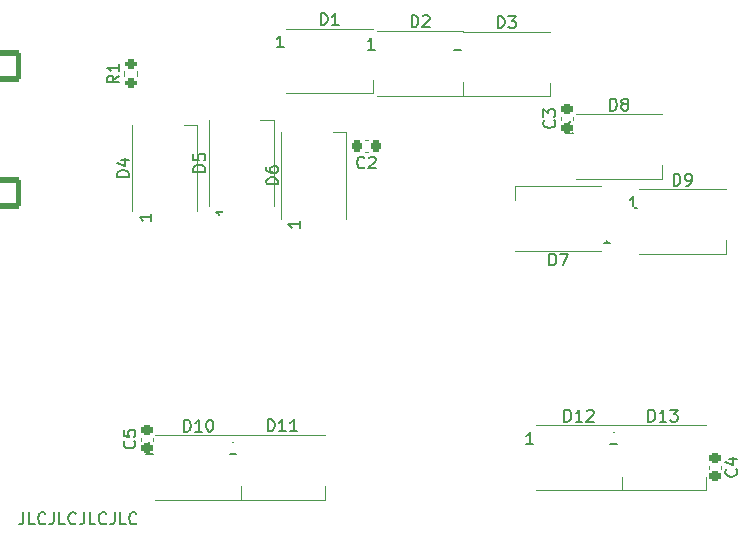
<source format=gbr>
%TF.GenerationSoftware,KiCad,Pcbnew,(6.0.9)*%
%TF.CreationDate,2022-12-26T23:41:22-09:00*%
%TF.ProjectId,PCB_ ANT SEL PANEL,5043422c-2041-44e5-9420-53454c205041,rev?*%
%TF.SameCoordinates,Original*%
%TF.FileFunction,Legend,Top*%
%TF.FilePolarity,Positive*%
%FSLAX46Y46*%
G04 Gerber Fmt 4.6, Leading zero omitted, Abs format (unit mm)*
G04 Created by KiCad (PCBNEW (6.0.9)) date 2022-12-26 23:41:22*
%MOMM*%
%LPD*%
G01*
G04 APERTURE LIST*
G04 Aperture macros list*
%AMRoundRect*
0 Rectangle with rounded corners*
0 $1 Rounding radius*
0 $2 $3 $4 $5 $6 $7 $8 $9 X,Y pos of 4 corners*
0 Add a 4 corners polygon primitive as box body*
4,1,4,$2,$3,$4,$5,$6,$7,$8,$9,$2,$3,0*
0 Add four circle primitives for the rounded corners*
1,1,$1+$1,$2,$3*
1,1,$1+$1,$4,$5*
1,1,$1+$1,$6,$7*
1,1,$1+$1,$8,$9*
0 Add four rect primitives between the rounded corners*
20,1,$1+$1,$2,$3,$4,$5,0*
20,1,$1+$1,$4,$5,$6,$7,0*
20,1,$1+$1,$6,$7,$8,$9,0*
20,1,$1+$1,$8,$9,$2,$3,0*%
G04 Aperture macros list end*
%ADD10C,0.150000*%
%ADD11C,0.120000*%
%ADD12R,1.500000X0.900000*%
%ADD13R,0.900000X1.500000*%
%ADD14RoundRect,0.200000X0.275000X-0.200000X0.275000X0.200000X-0.275000X0.200000X-0.275000X-0.200000X0*%
%ADD15RoundRect,0.225000X0.225000X0.250000X-0.225000X0.250000X-0.225000X-0.250000X0.225000X-0.250000X0*%
%ADD16RoundRect,0.225000X0.250000X-0.225000X0.250000X0.225000X-0.250000X0.225000X-0.250000X-0.225000X0*%
%ADD17RoundRect,0.225000X-0.250000X0.225000X-0.250000X-0.225000X0.250000X-0.225000X0.250000X0.225000X0*%
%ADD18C,3.572000*%
%ADD19C,12.700000*%
%ADD20C,4.300000*%
%ADD21RoundRect,0.250001X-1.399999X1.099999X-1.399999X-1.099999X1.399999X-1.099999X1.399999X1.099999X0*%
%ADD22O,3.300000X2.700000*%
%ADD23R,1.800000X1.800000*%
%ADD24C,1.800000*%
G04 APERTURE END LIST*
D10*
X84255952Y-79752380D02*
X84255952Y-80466666D01*
X84208333Y-80609523D01*
X84113095Y-80704761D01*
X83970238Y-80752380D01*
X83875000Y-80752380D01*
X85208333Y-80752380D02*
X84732142Y-80752380D01*
X84732142Y-79752380D01*
X86113095Y-80657142D02*
X86065476Y-80704761D01*
X85922619Y-80752380D01*
X85827380Y-80752380D01*
X85684523Y-80704761D01*
X85589285Y-80609523D01*
X85541666Y-80514285D01*
X85494047Y-80323809D01*
X85494047Y-80180952D01*
X85541666Y-79990476D01*
X85589285Y-79895238D01*
X85684523Y-79800000D01*
X85827380Y-79752380D01*
X85922619Y-79752380D01*
X86065476Y-79800000D01*
X86113095Y-79847619D01*
X86827380Y-79752380D02*
X86827380Y-80466666D01*
X86779761Y-80609523D01*
X86684523Y-80704761D01*
X86541666Y-80752380D01*
X86446428Y-80752380D01*
X87779761Y-80752380D02*
X87303571Y-80752380D01*
X87303571Y-79752380D01*
X88684523Y-80657142D02*
X88636904Y-80704761D01*
X88494047Y-80752380D01*
X88398809Y-80752380D01*
X88255952Y-80704761D01*
X88160714Y-80609523D01*
X88113095Y-80514285D01*
X88065476Y-80323809D01*
X88065476Y-80180952D01*
X88113095Y-79990476D01*
X88160714Y-79895238D01*
X88255952Y-79800000D01*
X88398809Y-79752380D01*
X88494047Y-79752380D01*
X88636904Y-79800000D01*
X88684523Y-79847619D01*
X89398809Y-79752380D02*
X89398809Y-80466666D01*
X89351190Y-80609523D01*
X89255952Y-80704761D01*
X89113095Y-80752380D01*
X89017857Y-80752380D01*
X90351190Y-80752380D02*
X89875000Y-80752380D01*
X89875000Y-79752380D01*
X91255952Y-80657142D02*
X91208333Y-80704761D01*
X91065476Y-80752380D01*
X90970238Y-80752380D01*
X90827380Y-80704761D01*
X90732142Y-80609523D01*
X90684523Y-80514285D01*
X90636904Y-80323809D01*
X90636904Y-80180952D01*
X90684523Y-79990476D01*
X90732142Y-79895238D01*
X90827380Y-79800000D01*
X90970238Y-79752380D01*
X91065476Y-79752380D01*
X91208333Y-79800000D01*
X91255952Y-79847619D01*
X91970238Y-79752380D02*
X91970238Y-80466666D01*
X91922619Y-80609523D01*
X91827380Y-80704761D01*
X91684523Y-80752380D01*
X91589285Y-80752380D01*
X92922619Y-80752380D02*
X92446428Y-80752380D01*
X92446428Y-79752380D01*
X93827380Y-80657142D02*
X93779761Y-80704761D01*
X93636904Y-80752380D01*
X93541666Y-80752380D01*
X93398809Y-80704761D01*
X93303571Y-80609523D01*
X93255952Y-80514285D01*
X93208333Y-80323809D01*
X93208333Y-80180952D01*
X93255952Y-79990476D01*
X93303571Y-79895238D01*
X93398809Y-79800000D01*
X93541666Y-79752380D01*
X93636904Y-79752380D01*
X93779761Y-79800000D01*
X93827380Y-79847619D01*
%TO.C,D1*%
X109435104Y-38481580D02*
X109435104Y-37481580D01*
X109673200Y-37481580D01*
X109816057Y-37529200D01*
X109911295Y-37624438D01*
X109958914Y-37719676D01*
X110006533Y-37910152D01*
X110006533Y-38053009D01*
X109958914Y-38243485D01*
X109911295Y-38338723D01*
X109816057Y-38433961D01*
X109673200Y-38481580D01*
X109435104Y-38481580D01*
X110958914Y-38481580D02*
X110387485Y-38481580D01*
X110673200Y-38481580D02*
X110673200Y-37481580D01*
X110577961Y-37624438D01*
X110482723Y-37719676D01*
X110387485Y-37767295D01*
X106308914Y-40381580D02*
X105737485Y-40381580D01*
X106023200Y-40381580D02*
X106023200Y-39381580D01*
X105927961Y-39524438D01*
X105832723Y-39619676D01*
X105737485Y-39667295D01*
%TO.C,D2*%
X117118104Y-38659180D02*
X117118104Y-37659180D01*
X117356200Y-37659180D01*
X117499057Y-37706800D01*
X117594295Y-37802038D01*
X117641914Y-37897276D01*
X117689533Y-38087752D01*
X117689533Y-38230609D01*
X117641914Y-38421085D01*
X117594295Y-38516323D01*
X117499057Y-38611561D01*
X117356200Y-38659180D01*
X117118104Y-38659180D01*
X118070485Y-37754419D02*
X118118104Y-37706800D01*
X118213342Y-37659180D01*
X118451438Y-37659180D01*
X118546676Y-37706800D01*
X118594295Y-37754419D01*
X118641914Y-37849657D01*
X118641914Y-37944895D01*
X118594295Y-38087752D01*
X118022866Y-38659180D01*
X118641914Y-38659180D01*
X113991914Y-40559180D02*
X113420485Y-40559180D01*
X113706200Y-40559180D02*
X113706200Y-39559180D01*
X113610961Y-39702038D01*
X113515723Y-39797276D01*
X113420485Y-39844895D01*
%TO.C,D3*%
X124421104Y-38735180D02*
X124421104Y-37735180D01*
X124659200Y-37735180D01*
X124802057Y-37782800D01*
X124897295Y-37878038D01*
X124944914Y-37973276D01*
X124992533Y-38163752D01*
X124992533Y-38306609D01*
X124944914Y-38497085D01*
X124897295Y-38592323D01*
X124802057Y-38687561D01*
X124659200Y-38735180D01*
X124421104Y-38735180D01*
X125325866Y-37735180D02*
X125944914Y-37735180D01*
X125611580Y-38116133D01*
X125754438Y-38116133D01*
X125849676Y-38163752D01*
X125897295Y-38211371D01*
X125944914Y-38306609D01*
X125944914Y-38544704D01*
X125897295Y-38639942D01*
X125849676Y-38687561D01*
X125754438Y-38735180D01*
X125468723Y-38735180D01*
X125373485Y-38687561D01*
X125325866Y-38639942D01*
X121294914Y-40635180D02*
X120723485Y-40635180D01*
X121009200Y-40635180D02*
X121009200Y-39635180D01*
X120913961Y-39778038D01*
X120818723Y-39873276D01*
X120723485Y-39920895D01*
%TO.C,D4*%
X93193180Y-51346495D02*
X92193180Y-51346495D01*
X92193180Y-51108400D01*
X92240800Y-50965542D01*
X92336038Y-50870304D01*
X92431276Y-50822685D01*
X92621752Y-50775066D01*
X92764609Y-50775066D01*
X92955085Y-50822685D01*
X93050323Y-50870304D01*
X93145561Y-50965542D01*
X93193180Y-51108400D01*
X93193180Y-51346495D01*
X92526514Y-49917923D02*
X93193180Y-49917923D01*
X92145561Y-50156019D02*
X92859847Y-50394114D01*
X92859847Y-49775066D01*
X95093180Y-54472685D02*
X95093180Y-55044114D01*
X95093180Y-54758400D02*
X94093180Y-54758400D01*
X94236038Y-54853638D01*
X94331276Y-54948876D01*
X94378895Y-55044114D01*
%TO.C,D5*%
X99644580Y-50889295D02*
X98644580Y-50889295D01*
X98644580Y-50651200D01*
X98692200Y-50508342D01*
X98787438Y-50413104D01*
X98882676Y-50365485D01*
X99073152Y-50317866D01*
X99216009Y-50317866D01*
X99406485Y-50365485D01*
X99501723Y-50413104D01*
X99596961Y-50508342D01*
X99644580Y-50651200D01*
X99644580Y-50889295D01*
X98644580Y-49413104D02*
X98644580Y-49889295D01*
X99120771Y-49936914D01*
X99073152Y-49889295D01*
X99025533Y-49794057D01*
X99025533Y-49555961D01*
X99073152Y-49460723D01*
X99120771Y-49413104D01*
X99216009Y-49365485D01*
X99454104Y-49365485D01*
X99549342Y-49413104D01*
X99596961Y-49460723D01*
X99644580Y-49555961D01*
X99644580Y-49794057D01*
X99596961Y-49889295D01*
X99549342Y-49936914D01*
X101544580Y-54015485D02*
X101544580Y-54586914D01*
X101544580Y-54301200D02*
X100544580Y-54301200D01*
X100687438Y-54396438D01*
X100782676Y-54491676D01*
X100830295Y-54586914D01*
%TO.C,D6*%
X105791580Y-51956095D02*
X104791580Y-51956095D01*
X104791580Y-51718000D01*
X104839200Y-51575142D01*
X104934438Y-51479904D01*
X105029676Y-51432285D01*
X105220152Y-51384666D01*
X105363009Y-51384666D01*
X105553485Y-51432285D01*
X105648723Y-51479904D01*
X105743961Y-51575142D01*
X105791580Y-51718000D01*
X105791580Y-51956095D01*
X104791580Y-50527523D02*
X104791580Y-50718000D01*
X104839200Y-50813238D01*
X104886819Y-50860857D01*
X105029676Y-50956095D01*
X105220152Y-51003714D01*
X105601104Y-51003714D01*
X105696342Y-50956095D01*
X105743961Y-50908476D01*
X105791580Y-50813238D01*
X105791580Y-50622761D01*
X105743961Y-50527523D01*
X105696342Y-50479904D01*
X105601104Y-50432285D01*
X105363009Y-50432285D01*
X105267771Y-50479904D01*
X105220152Y-50527523D01*
X105172533Y-50622761D01*
X105172533Y-50813238D01*
X105220152Y-50908476D01*
X105267771Y-50956095D01*
X105363009Y-51003714D01*
X107691580Y-55082285D02*
X107691580Y-55653714D01*
X107691580Y-55368000D02*
X106691580Y-55368000D01*
X106834438Y-55463238D01*
X106929676Y-55558476D01*
X106977295Y-55653714D01*
%TO.C,D7*%
X128790104Y-58841580D02*
X128790104Y-57841580D01*
X129028200Y-57841580D01*
X129171057Y-57889200D01*
X129266295Y-57984438D01*
X129313914Y-58079676D01*
X129361533Y-58270152D01*
X129361533Y-58413009D01*
X129313914Y-58603485D01*
X129266295Y-58698723D01*
X129171057Y-58793961D01*
X129028200Y-58841580D01*
X128790104Y-58841580D01*
X129694866Y-57841580D02*
X130361533Y-57841580D01*
X129932961Y-58841580D01*
X133963914Y-56941580D02*
X133392485Y-56941580D01*
X133678200Y-56941580D02*
X133678200Y-55941580D01*
X133582961Y-56084438D01*
X133487723Y-56179676D01*
X133392485Y-56227295D01*
%TO.C,D8*%
X133933104Y-45720380D02*
X133933104Y-44720380D01*
X134171200Y-44720380D01*
X134314057Y-44768000D01*
X134409295Y-44863238D01*
X134456914Y-44958476D01*
X134504533Y-45148952D01*
X134504533Y-45291809D01*
X134456914Y-45482285D01*
X134409295Y-45577523D01*
X134314057Y-45672761D01*
X134171200Y-45720380D01*
X133933104Y-45720380D01*
X135075961Y-45148952D02*
X134980723Y-45101333D01*
X134933104Y-45053714D01*
X134885485Y-44958476D01*
X134885485Y-44910857D01*
X134933104Y-44815619D01*
X134980723Y-44768000D01*
X135075961Y-44720380D01*
X135266438Y-44720380D01*
X135361676Y-44768000D01*
X135409295Y-44815619D01*
X135456914Y-44910857D01*
X135456914Y-44958476D01*
X135409295Y-45053714D01*
X135361676Y-45101333D01*
X135266438Y-45148952D01*
X135075961Y-45148952D01*
X134980723Y-45196571D01*
X134933104Y-45244190D01*
X134885485Y-45339428D01*
X134885485Y-45529904D01*
X134933104Y-45625142D01*
X134980723Y-45672761D01*
X135075961Y-45720380D01*
X135266438Y-45720380D01*
X135361676Y-45672761D01*
X135409295Y-45625142D01*
X135456914Y-45529904D01*
X135456914Y-45339428D01*
X135409295Y-45244190D01*
X135361676Y-45196571D01*
X135266438Y-45148952D01*
X130806914Y-47620380D02*
X130235485Y-47620380D01*
X130521200Y-47620380D02*
X130521200Y-46620380D01*
X130425961Y-46763238D01*
X130330723Y-46858476D01*
X130235485Y-46906095D01*
%TO.C,D9*%
X139317104Y-52070380D02*
X139317104Y-51070380D01*
X139555200Y-51070380D01*
X139698057Y-51118000D01*
X139793295Y-51213238D01*
X139840914Y-51308476D01*
X139888533Y-51498952D01*
X139888533Y-51641809D01*
X139840914Y-51832285D01*
X139793295Y-51927523D01*
X139698057Y-52022761D01*
X139555200Y-52070380D01*
X139317104Y-52070380D01*
X140364723Y-52070380D02*
X140555200Y-52070380D01*
X140650438Y-52022761D01*
X140698057Y-51975142D01*
X140793295Y-51832285D01*
X140840914Y-51641809D01*
X140840914Y-51260857D01*
X140793295Y-51165619D01*
X140745676Y-51118000D01*
X140650438Y-51070380D01*
X140459961Y-51070380D01*
X140364723Y-51118000D01*
X140317104Y-51165619D01*
X140269485Y-51260857D01*
X140269485Y-51498952D01*
X140317104Y-51594190D01*
X140364723Y-51641809D01*
X140459961Y-51689428D01*
X140650438Y-51689428D01*
X140745676Y-51641809D01*
X140793295Y-51594190D01*
X140840914Y-51498952D01*
X136190914Y-53970380D02*
X135619485Y-53970380D01*
X135905200Y-53970380D02*
X135905200Y-52970380D01*
X135809961Y-53113238D01*
X135714723Y-53208476D01*
X135619485Y-53256095D01*
%TO.C,D10*%
X97845914Y-72898380D02*
X97845914Y-71898380D01*
X98084009Y-71898380D01*
X98226866Y-71946000D01*
X98322104Y-72041238D01*
X98369723Y-72136476D01*
X98417342Y-72326952D01*
X98417342Y-72469809D01*
X98369723Y-72660285D01*
X98322104Y-72755523D01*
X98226866Y-72850761D01*
X98084009Y-72898380D01*
X97845914Y-72898380D01*
X99369723Y-72898380D02*
X98798295Y-72898380D01*
X99084009Y-72898380D02*
X99084009Y-71898380D01*
X98988771Y-72041238D01*
X98893533Y-72136476D01*
X98798295Y-72184095D01*
X99988771Y-71898380D02*
X100084009Y-71898380D01*
X100179247Y-71946000D01*
X100226866Y-71993619D01*
X100274485Y-72088857D01*
X100322104Y-72279333D01*
X100322104Y-72517428D01*
X100274485Y-72707904D01*
X100226866Y-72803142D01*
X100179247Y-72850761D01*
X100084009Y-72898380D01*
X99988771Y-72898380D01*
X99893533Y-72850761D01*
X99845914Y-72803142D01*
X99798295Y-72707904D01*
X99750676Y-72517428D01*
X99750676Y-72279333D01*
X99798295Y-72088857D01*
X99845914Y-71993619D01*
X99893533Y-71946000D01*
X99988771Y-71898380D01*
X95195914Y-74798380D02*
X94624485Y-74798380D01*
X94910200Y-74798380D02*
X94910200Y-73798380D01*
X94814961Y-73941238D01*
X94719723Y-74036476D01*
X94624485Y-74084095D01*
%TO.C,D11*%
X104945914Y-72872780D02*
X104945914Y-71872780D01*
X105184009Y-71872780D01*
X105326866Y-71920400D01*
X105422104Y-72015638D01*
X105469723Y-72110876D01*
X105517342Y-72301352D01*
X105517342Y-72444209D01*
X105469723Y-72634685D01*
X105422104Y-72729923D01*
X105326866Y-72825161D01*
X105184009Y-72872780D01*
X104945914Y-72872780D01*
X106469723Y-72872780D02*
X105898295Y-72872780D01*
X106184009Y-72872780D02*
X106184009Y-71872780D01*
X106088771Y-72015638D01*
X105993533Y-72110876D01*
X105898295Y-72158495D01*
X107422104Y-72872780D02*
X106850676Y-72872780D01*
X107136390Y-72872780D02*
X107136390Y-71872780D01*
X107041152Y-72015638D01*
X106945914Y-72110876D01*
X106850676Y-72158495D01*
X102295914Y-74772780D02*
X101724485Y-74772780D01*
X102010200Y-74772780D02*
X102010200Y-73772780D01*
X101914961Y-73915638D01*
X101819723Y-74010876D01*
X101724485Y-74058495D01*
%TO.C,D12*%
X130064914Y-72059980D02*
X130064914Y-71059980D01*
X130303009Y-71059980D01*
X130445866Y-71107600D01*
X130541104Y-71202838D01*
X130588723Y-71298076D01*
X130636342Y-71488552D01*
X130636342Y-71631409D01*
X130588723Y-71821885D01*
X130541104Y-71917123D01*
X130445866Y-72012361D01*
X130303009Y-72059980D01*
X130064914Y-72059980D01*
X131588723Y-72059980D02*
X131017295Y-72059980D01*
X131303009Y-72059980D02*
X131303009Y-71059980D01*
X131207771Y-71202838D01*
X131112533Y-71298076D01*
X131017295Y-71345695D01*
X131969676Y-71155219D02*
X132017295Y-71107600D01*
X132112533Y-71059980D01*
X132350628Y-71059980D01*
X132445866Y-71107600D01*
X132493485Y-71155219D01*
X132541104Y-71250457D01*
X132541104Y-71345695D01*
X132493485Y-71488552D01*
X131922057Y-72059980D01*
X132541104Y-72059980D01*
X127414914Y-73959980D02*
X126843485Y-73959980D01*
X127129200Y-73959980D02*
X127129200Y-72959980D01*
X127033961Y-73102838D01*
X126938723Y-73198076D01*
X126843485Y-73245695D01*
%TO.C,D13*%
X137176914Y-72059980D02*
X137176914Y-71059980D01*
X137415009Y-71059980D01*
X137557866Y-71107600D01*
X137653104Y-71202838D01*
X137700723Y-71298076D01*
X137748342Y-71488552D01*
X137748342Y-71631409D01*
X137700723Y-71821885D01*
X137653104Y-71917123D01*
X137557866Y-72012361D01*
X137415009Y-72059980D01*
X137176914Y-72059980D01*
X138700723Y-72059980D02*
X138129295Y-72059980D01*
X138415009Y-72059980D02*
X138415009Y-71059980D01*
X138319771Y-71202838D01*
X138224533Y-71298076D01*
X138129295Y-71345695D01*
X139034057Y-71059980D02*
X139653104Y-71059980D01*
X139319771Y-71440933D01*
X139462628Y-71440933D01*
X139557866Y-71488552D01*
X139605485Y-71536171D01*
X139653104Y-71631409D01*
X139653104Y-71869504D01*
X139605485Y-71964742D01*
X139557866Y-72012361D01*
X139462628Y-72059980D01*
X139176914Y-72059980D01*
X139081676Y-72012361D01*
X139034057Y-71964742D01*
X134526914Y-73959980D02*
X133955485Y-73959980D01*
X134241200Y-73959980D02*
X134241200Y-72959980D01*
X134145961Y-73102838D01*
X134050723Y-73198076D01*
X133955485Y-73245695D01*
%TO.C,R1*%
X92349600Y-42761966D02*
X91873410Y-43095300D01*
X92349600Y-43333395D02*
X91349600Y-43333395D01*
X91349600Y-42952442D01*
X91397220Y-42857204D01*
X91444839Y-42809585D01*
X91540077Y-42761966D01*
X91682934Y-42761966D01*
X91778172Y-42809585D01*
X91825791Y-42857204D01*
X91873410Y-42952442D01*
X91873410Y-43333395D01*
X92349600Y-41809585D02*
X92349600Y-42381014D01*
X92349600Y-42095300D02*
X91349600Y-42095300D01*
X91492458Y-42190538D01*
X91587696Y-42285776D01*
X91635315Y-42381014D01*
%TO.C,C2*%
X113132573Y-50532282D02*
X113084954Y-50579901D01*
X112942097Y-50627520D01*
X112846859Y-50627520D01*
X112704001Y-50579901D01*
X112608763Y-50484663D01*
X112561144Y-50389425D01*
X112513525Y-50198949D01*
X112513525Y-50056092D01*
X112561144Y-49865616D01*
X112608763Y-49770378D01*
X112704001Y-49675140D01*
X112846859Y-49627520D01*
X112942097Y-49627520D01*
X113084954Y-49675140D01*
X113132573Y-49722759D01*
X113513525Y-49722759D02*
X113561144Y-49675140D01*
X113656382Y-49627520D01*
X113894478Y-49627520D01*
X113989716Y-49675140D01*
X114037335Y-49722759D01*
X114084954Y-49817997D01*
X114084954Y-49913235D01*
X114037335Y-50056092D01*
X113465906Y-50627520D01*
X114084954Y-50627520D01*
%TO.C,C3*%
X129191042Y-46564546D02*
X129238661Y-46612165D01*
X129286280Y-46755022D01*
X129286280Y-46850260D01*
X129238661Y-46993118D01*
X129143423Y-47088356D01*
X129048185Y-47135975D01*
X128857709Y-47183594D01*
X128714852Y-47183594D01*
X128524376Y-47135975D01*
X128429138Y-47088356D01*
X128333900Y-46993118D01*
X128286280Y-46850260D01*
X128286280Y-46755022D01*
X128333900Y-46612165D01*
X128381519Y-46564546D01*
X128286280Y-46231213D02*
X128286280Y-45612165D01*
X128667233Y-45945499D01*
X128667233Y-45802641D01*
X128714852Y-45707403D01*
X128762471Y-45659784D01*
X128857709Y-45612165D01*
X129095804Y-45612165D01*
X129191042Y-45659784D01*
X129238661Y-45707403D01*
X129286280Y-45802641D01*
X129286280Y-46088356D01*
X129238661Y-46183594D01*
X129191042Y-46231213D01*
%TO.C,C4*%
X144603722Y-76094586D02*
X144651341Y-76142205D01*
X144698960Y-76285062D01*
X144698960Y-76380300D01*
X144651341Y-76523158D01*
X144556103Y-76618396D01*
X144460865Y-76666015D01*
X144270389Y-76713634D01*
X144127532Y-76713634D01*
X143937056Y-76666015D01*
X143841818Y-76618396D01*
X143746580Y-76523158D01*
X143698960Y-76380300D01*
X143698960Y-76285062D01*
X143746580Y-76142205D01*
X143794199Y-76094586D01*
X144032294Y-75237443D02*
X144698960Y-75237443D01*
X143651341Y-75475539D02*
X144365627Y-75713634D01*
X144365627Y-75094586D01*
%TO.C,C5*%
X93651362Y-73714606D02*
X93698981Y-73762225D01*
X93746600Y-73905082D01*
X93746600Y-74000320D01*
X93698981Y-74143178D01*
X93603743Y-74238416D01*
X93508505Y-74286035D01*
X93318029Y-74333654D01*
X93175172Y-74333654D01*
X92984696Y-74286035D01*
X92889458Y-74238416D01*
X92794220Y-74143178D01*
X92746600Y-74000320D01*
X92746600Y-73905082D01*
X92794220Y-73762225D01*
X92841839Y-73714606D01*
X92746600Y-72809844D02*
X92746600Y-73286035D01*
X93222791Y-73333654D01*
X93175172Y-73286035D01*
X93127553Y-73190797D01*
X93127553Y-72952701D01*
X93175172Y-72857463D01*
X93222791Y-72809844D01*
X93318029Y-72762225D01*
X93556124Y-72762225D01*
X93651362Y-72809844D01*
X93698981Y-72857463D01*
X93746600Y-72952701D01*
X93746600Y-73190797D01*
X93698981Y-73286035D01*
X93651362Y-73333654D01*
D11*
%TO.C,D1*%
X106523200Y-44279200D02*
X113823200Y-44279200D01*
X113823200Y-44279200D02*
X113823200Y-43129200D01*
X106523200Y-38779200D02*
X113823200Y-38779200D01*
%TO.C,D2*%
X114206200Y-38956800D02*
X121506200Y-38956800D01*
X121506200Y-44456800D02*
X121506200Y-43306800D01*
X114206200Y-44456800D02*
X121506200Y-44456800D01*
%TO.C,D3*%
X128809200Y-44532800D02*
X128809200Y-43382800D01*
X121509200Y-44532800D02*
X128809200Y-44532800D01*
X121509200Y-39032800D02*
X128809200Y-39032800D01*
%TO.C,D4*%
X93490800Y-54258400D02*
X93490800Y-46958400D01*
X98990800Y-54258400D02*
X98990800Y-46958400D01*
X98990800Y-46958400D02*
X97840800Y-46958400D01*
%TO.C,D5*%
X105442200Y-46501200D02*
X104292200Y-46501200D01*
X99942200Y-53801200D02*
X99942200Y-46501200D01*
X105442200Y-53801200D02*
X105442200Y-46501200D01*
%TO.C,D6*%
X111589200Y-54868000D02*
X111589200Y-47568000D01*
X106089200Y-54868000D02*
X106089200Y-47568000D01*
X111589200Y-47568000D02*
X110439200Y-47568000D01*
%TO.C,D7*%
X133178200Y-52139200D02*
X125878200Y-52139200D01*
X133178200Y-57639200D02*
X125878200Y-57639200D01*
X125878200Y-52139200D02*
X125878200Y-53289200D01*
%TO.C,D8*%
X131021200Y-46018000D02*
X138321200Y-46018000D01*
X138321200Y-51518000D02*
X138321200Y-50368000D01*
X131021200Y-51518000D02*
X138321200Y-51518000D01*
%TO.C,D9*%
X136405200Y-52368000D02*
X143705200Y-52368000D01*
X136405200Y-57868000D02*
X143705200Y-57868000D01*
X143705200Y-57868000D02*
X143705200Y-56718000D01*
%TO.C,D10*%
X102710200Y-78696000D02*
X102710200Y-77546000D01*
X95410200Y-73196000D02*
X102710200Y-73196000D01*
X95410200Y-78696000D02*
X102710200Y-78696000D01*
%TO.C,D11*%
X102510200Y-73170400D02*
X109810200Y-73170400D01*
X109810200Y-78670400D02*
X109810200Y-77520400D01*
X102510200Y-78670400D02*
X109810200Y-78670400D01*
%TO.C,D12*%
X134929200Y-77857600D02*
X134929200Y-76707600D01*
X127629200Y-77857600D02*
X134929200Y-77857600D01*
X127629200Y-72357600D02*
X134929200Y-72357600D01*
%TO.C,D13*%
X142041200Y-77857600D02*
X142041200Y-76707600D01*
X134741200Y-77857600D02*
X142041200Y-77857600D01*
X134741200Y-72357600D02*
X142041200Y-72357600D01*
%TO.C,R1*%
X92804720Y-42832558D02*
X92804720Y-42358042D01*
X93849720Y-42832558D02*
X93849720Y-42358042D01*
%TO.C,C2*%
X113439820Y-49255140D02*
X113158660Y-49255140D01*
X113439820Y-48235140D02*
X113158660Y-48235140D01*
%TO.C,C3*%
X130773900Y-46538460D02*
X130773900Y-46257300D01*
X129753900Y-46538460D02*
X129753900Y-46257300D01*
%TO.C,C4*%
X142306580Y-75787340D02*
X142306580Y-76068500D01*
X143326580Y-75787340D02*
X143326580Y-76068500D01*
%TO.C,C5*%
X95234220Y-73688520D02*
X95234220Y-73407360D01*
X94214220Y-73688520D02*
X94214220Y-73407360D01*
%TD*%
%LPC*%
D12*
%TO.C,D1*%
X107723200Y-39879200D03*
X107723200Y-43179200D03*
X112623200Y-43179200D03*
X112623200Y-39879200D03*
%TD*%
%TO.C,D2*%
X115406200Y-40056800D03*
X115406200Y-43356800D03*
X120306200Y-43356800D03*
X120306200Y-40056800D03*
%TD*%
%TO.C,D3*%
X122709200Y-40132800D03*
X122709200Y-43432800D03*
X127609200Y-43432800D03*
X127609200Y-40132800D03*
%TD*%
D13*
%TO.C,D4*%
X94590800Y-53058400D03*
X97890800Y-53058400D03*
X97890800Y-48158400D03*
X94590800Y-48158400D03*
%TD*%
%TO.C,D5*%
X101042200Y-52601200D03*
X104342200Y-52601200D03*
X104342200Y-47701200D03*
X101042200Y-47701200D03*
%TD*%
%TO.C,D6*%
X107189200Y-53668000D03*
X110489200Y-53668000D03*
X110489200Y-48768000D03*
X107189200Y-48768000D03*
%TD*%
D12*
%TO.C,D7*%
X131978200Y-56539200D03*
X131978200Y-53239200D03*
X127078200Y-53239200D03*
X127078200Y-56539200D03*
%TD*%
%TO.C,D8*%
X132221200Y-47118000D03*
X132221200Y-50418000D03*
X137121200Y-50418000D03*
X137121200Y-47118000D03*
%TD*%
%TO.C,D9*%
X137605200Y-53468000D03*
X137605200Y-56768000D03*
X142505200Y-56768000D03*
X142505200Y-53468000D03*
%TD*%
%TO.C,D10*%
X96610200Y-74296000D03*
X96610200Y-77596000D03*
X101510200Y-77596000D03*
X101510200Y-74296000D03*
%TD*%
%TO.C,D11*%
X103710200Y-74270400D03*
X103710200Y-77570400D03*
X108610200Y-77570400D03*
X108610200Y-74270400D03*
%TD*%
%TO.C,D12*%
X128829200Y-73457600D03*
X128829200Y-76757600D03*
X133729200Y-76757600D03*
X133729200Y-73457600D03*
%TD*%
%TO.C,D13*%
X135941200Y-73457600D03*
X135941200Y-76757600D03*
X140841200Y-76757600D03*
X140841200Y-73457600D03*
%TD*%
D14*
%TO.C,R1*%
X93327220Y-43420300D03*
X93327220Y-41770300D03*
%TD*%
D15*
%TO.C,C2*%
X114074240Y-48745140D03*
X112524240Y-48745140D03*
%TD*%
D16*
%TO.C,C3*%
X130263900Y-47172880D03*
X130263900Y-45622880D03*
%TD*%
D17*
%TO.C,C4*%
X142816580Y-75152920D03*
X142816580Y-76702920D03*
%TD*%
D16*
%TO.C,C5*%
X94724220Y-74322940D03*
X94724220Y-72772940D03*
%TD*%
D18*
%TO.C,3*%
X134702070Y-55238673D03*
D19*
X134702070Y-64763673D03*
X134702070Y-64763673D03*
%TD*%
D18*
%TO.C,4*%
X102698070Y-55238673D03*
D19*
X102698070Y-64763673D03*
X102698070Y-64763673D03*
%TD*%
D20*
%TO.C,2*%
X156673070Y-64255673D03*
%TD*%
%TO.C,1*%
X82060570Y-64255673D03*
%TD*%
D21*
%TO.C,J1*%
X82405220Y-41937940D03*
D22*
X82405220Y-46137940D03*
X87905220Y-41937940D03*
X87905220Y-46137940D03*
%TD*%
D21*
%TO.C,J2*%
X82430620Y-52689760D03*
D22*
X82430620Y-56889760D03*
X87930620Y-52689760D03*
X87930620Y-56889760D03*
%TD*%
D23*
%TO.C,D14*%
X95610000Y-41750000D03*
D24*
X98150000Y-41750000D03*
%TD*%
M02*

</source>
